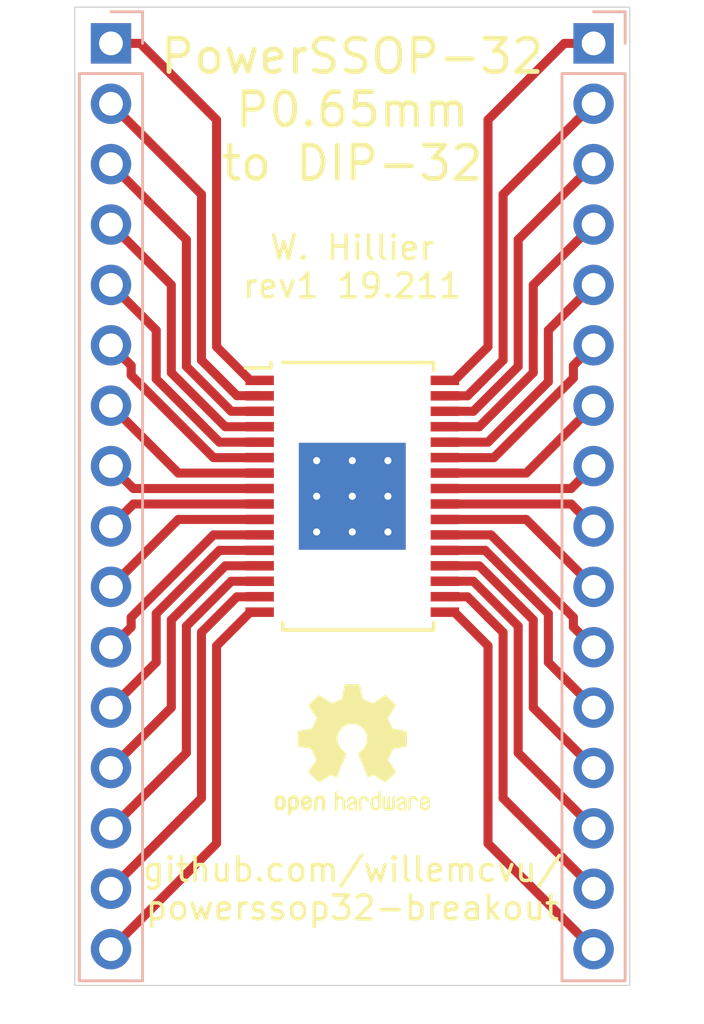
<source format=kicad_pcb>
(kicad_pcb (version 20171130) (host pcbnew "(5.1.2)-2")

  (general
    (thickness 1.6)
    (drawings 7)
    (tracks 129)
    (zones 0)
    (modules 4)
    (nets 33)
  )

  (page A4)
  (layers
    (0 F.Cu signal)
    (31 B.Cu signal)
    (32 B.Adhes user)
    (33 F.Adhes user)
    (34 B.Paste user)
    (35 F.Paste user)
    (36 B.SilkS user)
    (37 F.SilkS user)
    (38 B.Mask user)
    (39 F.Mask user)
    (40 Dwgs.User user)
    (41 Cmts.User user)
    (42 Eco1.User user)
    (43 Eco2.User user)
    (44 Edge.Cuts user)
    (45 Margin user)
    (46 B.CrtYd user)
    (47 F.CrtYd user)
    (48 B.Fab user)
    (49 F.Fab user)
  )

  (setup
    (last_trace_width 0.381)
    (user_trace_width 0.3048)
    (user_trace_width 0.381)
    (trace_clearance 0.254)
    (zone_clearance 0.508)
    (zone_45_only no)
    (trace_min 0.2)
    (via_size 0.8)
    (via_drill 0.4)
    (via_min_size 0.4)
    (via_min_drill 0.3)
    (uvia_size 0.3)
    (uvia_drill 0.1)
    (uvias_allowed no)
    (uvia_min_size 0.2)
    (uvia_min_drill 0.1)
    (edge_width 0.05)
    (segment_width 0.2)
    (pcb_text_width 0.3)
    (pcb_text_size 1.5 1.5)
    (mod_edge_width 0.12)
    (mod_text_size 1 1)
    (mod_text_width 0.15)
    (pad_size 1.524 1.524)
    (pad_drill 0.762)
    (pad_to_mask_clearance 0.051)
    (solder_mask_min_width 0.25)
    (aux_axis_origin 0 0)
    (visible_elements FFFFFF7F)
    (pcbplotparams
      (layerselection 0x010fc_ffffffff)
      (usegerberextensions false)
      (usegerberattributes false)
      (usegerberadvancedattributes false)
      (creategerberjobfile false)
      (excludeedgelayer true)
      (linewidth 0.100000)
      (plotframeref false)
      (viasonmask false)
      (mode 1)
      (useauxorigin false)
      (hpglpennumber 1)
      (hpglpenspeed 20)
      (hpglpendiameter 15.000000)
      (psnegative false)
      (psa4output false)
      (plotreference true)
      (plotvalue true)
      (plotinvisibletext false)
      (padsonsilk false)
      (subtractmaskfromsilk false)
      (outputformat 1)
      (mirror false)
      (drillshape 0)
      (scaleselection 1)
      (outputdirectory "gerbers/"))
  )

  (net 0 "")
  (net 1 "Net-(J1-Pad1)")
  (net 2 "Net-(J1-Pad2)")
  (net 3 "Net-(J1-Pad3)")
  (net 4 "Net-(J1-Pad4)")
  (net 5 "Net-(J1-Pad5)")
  (net 6 "Net-(J1-Pad6)")
  (net 7 "Net-(J1-Pad7)")
  (net 8 "Net-(J1-Pad8)")
  (net 9 "Net-(J1-Pad9)")
  (net 10 "Net-(J1-Pad10)")
  (net 11 "Net-(J1-Pad11)")
  (net 12 "Net-(J1-Pad12)")
  (net 13 "Net-(J1-Pad13)")
  (net 14 "Net-(J1-Pad14)")
  (net 15 "Net-(J1-Pad15)")
  (net 16 "Net-(J1-Pad16)")
  (net 17 "Net-(J2-Pad17)")
  (net 18 "Net-(J2-Pad18)")
  (net 19 "Net-(J2-Pad19)")
  (net 20 "Net-(J2-Pad20)")
  (net 21 "Net-(J2-Pad21)")
  (net 22 "Net-(J2-Pad22)")
  (net 23 "Net-(J2-Pad23)")
  (net 24 "Net-(J2-Pad24)")
  (net 25 "Net-(J2-Pad25)")
  (net 26 "Net-(J2-Pad26)")
  (net 27 "Net-(J2-Pad27)")
  (net 28 "Net-(J2-Pad28)")
  (net 29 "Net-(J2-Pad29)")
  (net 30 "Net-(J2-Pad30)")
  (net 31 "Net-(J2-Pad31)")
  (net 32 "Net-(J2-Pad32)")

  (net_class Default "This is the default net class."
    (clearance 0.254)
    (trace_width 0.3048)
    (via_dia 0.8)
    (via_drill 0.4)
    (uvia_dia 0.3)
    (uvia_drill 0.1)
    (add_net "Net-(J1-Pad1)")
    (add_net "Net-(J1-Pad10)")
    (add_net "Net-(J1-Pad11)")
    (add_net "Net-(J1-Pad12)")
    (add_net "Net-(J1-Pad13)")
    (add_net "Net-(J1-Pad14)")
    (add_net "Net-(J1-Pad15)")
    (add_net "Net-(J1-Pad16)")
    (add_net "Net-(J1-Pad2)")
    (add_net "Net-(J1-Pad3)")
    (add_net "Net-(J1-Pad4)")
    (add_net "Net-(J1-Pad5)")
    (add_net "Net-(J1-Pad6)")
    (add_net "Net-(J1-Pad7)")
    (add_net "Net-(J1-Pad8)")
    (add_net "Net-(J1-Pad9)")
    (add_net "Net-(J2-Pad17)")
    (add_net "Net-(J2-Pad18)")
    (add_net "Net-(J2-Pad19)")
    (add_net "Net-(J2-Pad20)")
    (add_net "Net-(J2-Pad21)")
    (add_net "Net-(J2-Pad22)")
    (add_net "Net-(J2-Pad23)")
    (add_net "Net-(J2-Pad24)")
    (add_net "Net-(J2-Pad25)")
    (add_net "Net-(J2-Pad26)")
    (add_net "Net-(J2-Pad27)")
    (add_net "Net-(J2-Pad28)")
    (add_net "Net-(J2-Pad29)")
    (add_net "Net-(J2-Pad30)")
    (add_net "Net-(J2-Pad31)")
    (add_net "Net-(J2-Pad32)")
  )

  (module Symbol:OSHW-Logo2_7.3x6mm_SilkScreen (layer F.Cu) (tedit 0) (tstamp 5D40626F)
    (at 0 10.668)
    (descr "Open Source Hardware Symbol")
    (tags "Logo Symbol OSHW")
    (attr virtual)
    (fp_text reference REF** (at 0 0) (layer F.SilkS) hide
      (effects (font (size 1 1) (thickness 0.15)))
    )
    (fp_text value OSHW-Logo2_7.3x6mm_SilkScreen (at 0.75 0) (layer F.Fab) hide
      (effects (font (size 1 1) (thickness 0.15)))
    )
    (fp_poly (pts (xy 0.10391 -2.757652) (xy 0.182454 -2.757222) (xy 0.239298 -2.756058) (xy 0.278105 -2.753793)
      (xy 0.302538 -2.75006) (xy 0.316262 -2.744494) (xy 0.32294 -2.736727) (xy 0.326236 -2.726395)
      (xy 0.326556 -2.725057) (xy 0.331562 -2.700921) (xy 0.340829 -2.653299) (xy 0.353392 -2.587259)
      (xy 0.368287 -2.507872) (xy 0.384551 -2.420204) (xy 0.385119 -2.417125) (xy 0.40141 -2.331211)
      (xy 0.416652 -2.255304) (xy 0.429861 -2.193955) (xy 0.440054 -2.151718) (xy 0.446248 -2.133145)
      (xy 0.446543 -2.132816) (xy 0.464788 -2.123747) (xy 0.502405 -2.108633) (xy 0.551271 -2.090738)
      (xy 0.551543 -2.090642) (xy 0.613093 -2.067507) (xy 0.685657 -2.038035) (xy 0.754057 -2.008403)
      (xy 0.757294 -2.006938) (xy 0.868702 -1.956374) (xy 1.115399 -2.12484) (xy 1.191077 -2.176197)
      (xy 1.259631 -2.222111) (xy 1.317088 -2.25997) (xy 1.359476 -2.287163) (xy 1.382825 -2.301079)
      (xy 1.385042 -2.302111) (xy 1.40201 -2.297516) (xy 1.433701 -2.275345) (xy 1.481352 -2.234553)
      (xy 1.546198 -2.174095) (xy 1.612397 -2.109773) (xy 1.676214 -2.046388) (xy 1.733329 -1.988549)
      (xy 1.780305 -1.939825) (xy 1.813703 -1.90379) (xy 1.830085 -1.884016) (xy 1.830694 -1.882998)
      (xy 1.832505 -1.869428) (xy 1.825683 -1.847267) (xy 1.80854 -1.813522) (xy 1.779393 -1.7652)
      (xy 1.736555 -1.699308) (xy 1.679448 -1.614483) (xy 1.628766 -1.539823) (xy 1.583461 -1.47286)
      (xy 1.54615 -1.417484) (xy 1.519452 -1.37758) (xy 1.505985 -1.357038) (xy 1.505137 -1.355644)
      (xy 1.506781 -1.335962) (xy 1.519245 -1.297707) (xy 1.540048 -1.248111) (xy 1.547462 -1.232272)
      (xy 1.579814 -1.16171) (xy 1.614328 -1.081647) (xy 1.642365 -1.012371) (xy 1.662568 -0.960955)
      (xy 1.678615 -0.921881) (xy 1.687888 -0.901459) (xy 1.689041 -0.899886) (xy 1.706096 -0.897279)
      (xy 1.746298 -0.890137) (xy 1.804302 -0.879477) (xy 1.874763 -0.866315) (xy 1.952335 -0.851667)
      (xy 2.031672 -0.836551) (xy 2.107431 -0.821982) (xy 2.174264 -0.808978) (xy 2.226828 -0.798555)
      (xy 2.259776 -0.79173) (xy 2.267857 -0.789801) (xy 2.276205 -0.785038) (xy 2.282506 -0.774282)
      (xy 2.287045 -0.753902) (xy 2.290104 -0.720266) (xy 2.291967 -0.669745) (xy 2.292918 -0.598708)
      (xy 2.29324 -0.503524) (xy 2.293257 -0.464508) (xy 2.293257 -0.147201) (xy 2.217057 -0.132161)
      (xy 2.174663 -0.124005) (xy 2.1114 -0.112101) (xy 2.034962 -0.097884) (xy 1.953043 -0.08279)
      (xy 1.9304 -0.078645) (xy 1.854806 -0.063947) (xy 1.788953 -0.049495) (xy 1.738366 -0.036625)
      (xy 1.708574 -0.026678) (xy 1.703612 -0.023713) (xy 1.691426 -0.002717) (xy 1.673953 0.037967)
      (xy 1.654577 0.090322) (xy 1.650734 0.1016) (xy 1.625339 0.171523) (xy 1.593817 0.250418)
      (xy 1.562969 0.321266) (xy 1.562817 0.321595) (xy 1.511447 0.432733) (xy 1.680399 0.681253)
      (xy 1.849352 0.929772) (xy 1.632429 1.147058) (xy 1.566819 1.211726) (xy 1.506979 1.268733)
      (xy 1.456267 1.315033) (xy 1.418046 1.347584) (xy 1.395675 1.363343) (xy 1.392466 1.364343)
      (xy 1.373626 1.356469) (xy 1.33518 1.334578) (xy 1.28133 1.301267) (xy 1.216276 1.259131)
      (xy 1.14594 1.211943) (xy 1.074555 1.16381) (xy 1.010908 1.121928) (xy 0.959041 1.088871)
      (xy 0.922995 1.067218) (xy 0.906867 1.059543) (xy 0.887189 1.066037) (xy 0.849875 1.08315)
      (xy 0.802621 1.107326) (xy 0.797612 1.110013) (xy 0.733977 1.141927) (xy 0.690341 1.157579)
      (xy 0.663202 1.157745) (xy 0.649057 1.143204) (xy 0.648975 1.143) (xy 0.641905 1.125779)
      (xy 0.625042 1.084899) (xy 0.599695 1.023525) (xy 0.567171 0.944819) (xy 0.528778 0.851947)
      (xy 0.485822 0.748072) (xy 0.444222 0.647502) (xy 0.398504 0.536516) (xy 0.356526 0.433703)
      (xy 0.319548 0.342215) (xy 0.288827 0.265201) (xy 0.265622 0.205815) (xy 0.25119 0.167209)
      (xy 0.246743 0.1528) (xy 0.257896 0.136272) (xy 0.287069 0.10993) (xy 0.325971 0.080887)
      (xy 0.436757 -0.010961) (xy 0.523351 -0.116241) (xy 0.584716 -0.232734) (xy 0.619815 -0.358224)
      (xy 0.627608 -0.490493) (xy 0.621943 -0.551543) (xy 0.591078 -0.678205) (xy 0.53792 -0.790059)
      (xy 0.465767 -0.885999) (xy 0.377917 -0.964924) (xy 0.277665 -1.02573) (xy 0.16831 -1.067313)
      (xy 0.053147 -1.088572) (xy -0.064525 -1.088401) (xy -0.18141 -1.065699) (xy -0.294211 -1.019362)
      (xy -0.399631 -0.948287) (xy -0.443632 -0.908089) (xy -0.528021 -0.804871) (xy -0.586778 -0.692075)
      (xy -0.620296 -0.57299) (xy -0.628965 -0.450905) (xy -0.613177 -0.329107) (xy -0.573322 -0.210884)
      (xy -0.509793 -0.099525) (xy -0.422979 0.001684) (xy -0.325971 0.080887) (xy -0.285563 0.111162)
      (xy -0.257018 0.137219) (xy -0.246743 0.152825) (xy -0.252123 0.169843) (xy -0.267425 0.2105)
      (xy -0.291388 0.271642) (xy -0.322756 0.350119) (xy -0.360268 0.44278) (xy -0.402667 0.546472)
      (xy -0.444337 0.647526) (xy -0.49031 0.758607) (xy -0.532893 0.861541) (xy -0.570779 0.953165)
      (xy -0.60266 1.030316) (xy -0.627229 1.089831) (xy -0.64318 1.128544) (xy -0.64909 1.143)
      (xy -0.663052 1.157685) (xy -0.69006 1.157642) (xy -0.733587 1.142099) (xy -0.79711 1.110284)
      (xy -0.797612 1.110013) (xy -0.84544 1.085323) (xy -0.884103 1.067338) (xy -0.905905 1.059614)
      (xy -0.906867 1.059543) (xy -0.923279 1.067378) (xy -0.959513 1.089165) (xy -1.011526 1.122328)
      (xy -1.075275 1.164291) (xy -1.14594 1.211943) (xy -1.217884 1.260191) (xy -1.282726 1.302151)
      (xy -1.336265 1.335227) (xy -1.374303 1.356821) (xy -1.392467 1.364343) (xy -1.409192 1.354457)
      (xy -1.44282 1.326826) (xy -1.48999 1.284495) (xy -1.547342 1.230505) (xy -1.611516 1.167899)
      (xy -1.632503 1.146983) (xy -1.849501 0.929623) (xy -1.684332 0.68722) (xy -1.634136 0.612781)
      (xy -1.590081 0.545972) (xy -1.554638 0.490665) (xy -1.530281 0.450729) (xy -1.519478 0.430036)
      (xy -1.519162 0.428563) (xy -1.524857 0.409058) (xy -1.540174 0.369822) (xy -1.562463 0.31743)
      (xy -1.578107 0.282355) (xy -1.607359 0.215201) (xy -1.634906 0.147358) (xy -1.656263 0.090034)
      (xy -1.662065 0.072572) (xy -1.678548 0.025938) (xy -1.69466 -0.010095) (xy -1.70351 -0.023713)
      (xy -1.72304 -0.032048) (xy -1.765666 -0.043863) (xy -1.825855 -0.057819) (xy -1.898078 -0.072578)
      (xy -1.9304 -0.078645) (xy -2.012478 -0.093727) (xy -2.091205 -0.108331) (xy -2.158891 -0.12102)
      (xy -2.20784 -0.130358) (xy -2.217057 -0.132161) (xy -2.293257 -0.147201) (xy -2.293257 -0.464508)
      (xy -2.293086 -0.568846) (xy -2.292384 -0.647787) (xy -2.290866 -0.704962) (xy -2.288251 -0.744001)
      (xy -2.284254 -0.768535) (xy -2.278591 -0.782195) (xy -2.27098 -0.788611) (xy -2.267857 -0.789801)
      (xy -2.249022 -0.79402) (xy -2.207412 -0.802438) (xy -2.14837 -0.814039) (xy -2.077243 -0.827805)
      (xy -1.999375 -0.84272) (xy -1.920113 -0.857768) (xy -1.844802 -0.871931) (xy -1.778787 -0.884194)
      (xy -1.727413 -0.893539) (xy -1.696025 -0.89895) (xy -1.689041 -0.899886) (xy -1.682715 -0.912404)
      (xy -1.66871 -0.945754) (xy -1.649645 -0.993623) (xy -1.642366 -1.012371) (xy -1.613004 -1.084805)
      (xy -1.578429 -1.16483) (xy -1.547463 -1.232272) (xy -1.524677 -1.283841) (xy -1.509518 -1.326215)
      (xy -1.504458 -1.352166) (xy -1.505264 -1.355644) (xy -1.515959 -1.372064) (xy -1.54038 -1.408583)
      (xy -1.575905 -1.461313) (xy -1.619913 -1.526365) (xy -1.669783 -1.599849) (xy -1.679644 -1.614355)
      (xy -1.737508 -1.700296) (xy -1.780044 -1.765739) (xy -1.808946 -1.813696) (xy -1.82591 -1.84718)
      (xy -1.832633 -1.869205) (xy -1.83081 -1.882783) (xy -1.830764 -1.882869) (xy -1.816414 -1.900703)
      (xy -1.784677 -1.935183) (xy -1.73899 -1.982732) (xy -1.682796 -2.039778) (xy -1.619532 -2.102745)
      (xy -1.612398 -2.109773) (xy -1.53267 -2.18698) (xy -1.471143 -2.24367) (xy -1.426579 -2.28089)
      (xy -1.397743 -2.299685) (xy -1.385042 -2.302111) (xy -1.366506 -2.291529) (xy -1.328039 -2.267084)
      (xy -1.273614 -2.231388) (xy -1.207202 -2.187053) (xy -1.132775 -2.136689) (xy -1.115399 -2.12484)
      (xy -0.868703 -1.956374) (xy -0.757294 -2.006938) (xy -0.689543 -2.036405) (xy -0.616817 -2.066041)
      (xy -0.554297 -2.08967) (xy -0.551543 -2.090642) (xy -0.50264 -2.108543) (xy -0.464943 -2.12368)
      (xy -0.446575 -2.13279) (xy -0.446544 -2.132816) (xy -0.440715 -2.149283) (xy -0.430808 -2.189781)
      (xy -0.417805 -2.249758) (xy -0.402691 -2.32466) (xy -0.386448 -2.409936) (xy -0.385119 -2.417125)
      (xy -0.368825 -2.504986) (xy -0.353867 -2.58474) (xy -0.341209 -2.651319) (xy -0.331814 -2.699653)
      (xy -0.326646 -2.724675) (xy -0.326556 -2.725057) (xy -0.323411 -2.735701) (xy -0.317296 -2.743738)
      (xy -0.304547 -2.749533) (xy -0.2815 -2.753453) (xy -0.244491 -2.755865) (xy -0.189856 -2.757135)
      (xy -0.113933 -2.757629) (xy -0.013056 -2.757714) (xy 0 -2.757714) (xy 0.10391 -2.757652)) (layer F.SilkS) (width 0.01))
    (fp_poly (pts (xy 3.153595 1.966966) (xy 3.211021 2.004497) (xy 3.238719 2.038096) (xy 3.260662 2.099064)
      (xy 3.262405 2.147308) (xy 3.258457 2.211816) (xy 3.109686 2.276934) (xy 3.037349 2.310202)
      (xy 2.990084 2.336964) (xy 2.965507 2.360144) (xy 2.961237 2.382667) (xy 2.974889 2.407455)
      (xy 2.989943 2.423886) (xy 3.033746 2.450235) (xy 3.081389 2.452081) (xy 3.125145 2.431546)
      (xy 3.157289 2.390752) (xy 3.163038 2.376347) (xy 3.190576 2.331356) (xy 3.222258 2.312182)
      (xy 3.265714 2.295779) (xy 3.265714 2.357966) (xy 3.261872 2.400283) (xy 3.246823 2.435969)
      (xy 3.21528 2.476943) (xy 3.210592 2.482267) (xy 3.175506 2.51872) (xy 3.145347 2.538283)
      (xy 3.107615 2.547283) (xy 3.076335 2.55023) (xy 3.020385 2.550965) (xy 2.980555 2.54166)
      (xy 2.955708 2.527846) (xy 2.916656 2.497467) (xy 2.889625 2.464613) (xy 2.872517 2.423294)
      (xy 2.863238 2.367521) (xy 2.859693 2.291305) (xy 2.85941 2.252622) (xy 2.860372 2.206247)
      (xy 2.948007 2.206247) (xy 2.949023 2.231126) (xy 2.951556 2.2352) (xy 2.968274 2.229665)
      (xy 3.004249 2.215017) (xy 3.052331 2.19419) (xy 3.062386 2.189714) (xy 3.123152 2.158814)
      (xy 3.156632 2.131657) (xy 3.16399 2.10622) (xy 3.146391 2.080481) (xy 3.131856 2.069109)
      (xy 3.07941 2.046364) (xy 3.030322 2.050122) (xy 2.989227 2.077884) (xy 2.960758 2.127152)
      (xy 2.951631 2.166257) (xy 2.948007 2.206247) (xy 2.860372 2.206247) (xy 2.861285 2.162249)
      (xy 2.868196 2.095384) (xy 2.881884 2.046695) (xy 2.904096 2.010849) (xy 2.936574 1.982513)
      (xy 2.950733 1.973355) (xy 3.015053 1.949507) (xy 3.085473 1.948006) (xy 3.153595 1.966966)) (layer F.SilkS) (width 0.01))
    (fp_poly (pts (xy 2.6526 1.958752) (xy 2.669948 1.966334) (xy 2.711356 1.999128) (xy 2.746765 2.046547)
      (xy 2.768664 2.097151) (xy 2.772229 2.122098) (xy 2.760279 2.156927) (xy 2.734067 2.175357)
      (xy 2.705964 2.186516) (xy 2.693095 2.188572) (xy 2.686829 2.173649) (xy 2.674456 2.141175)
      (xy 2.669028 2.126502) (xy 2.63859 2.075744) (xy 2.59452 2.050427) (xy 2.53801 2.051206)
      (xy 2.533825 2.052203) (xy 2.503655 2.066507) (xy 2.481476 2.094393) (xy 2.466327 2.139287)
      (xy 2.45725 2.204615) (xy 2.453286 2.293804) (xy 2.452914 2.341261) (xy 2.45273 2.416071)
      (xy 2.451522 2.467069) (xy 2.448309 2.499471) (xy 2.442109 2.518495) (xy 2.43194 2.529356)
      (xy 2.416819 2.537272) (xy 2.415946 2.53767) (xy 2.386828 2.549981) (xy 2.372403 2.554514)
      (xy 2.370186 2.540809) (xy 2.368289 2.502925) (xy 2.366847 2.445715) (xy 2.365998 2.374027)
      (xy 2.365829 2.321565) (xy 2.366692 2.220047) (xy 2.37007 2.143032) (xy 2.377142 2.086023)
      (xy 2.389088 2.044526) (xy 2.40709 2.014043) (xy 2.432327 1.99008) (xy 2.457247 1.973355)
      (xy 2.517171 1.951097) (xy 2.586911 1.946076) (xy 2.6526 1.958752)) (layer F.SilkS) (width 0.01))
    (fp_poly (pts (xy 2.144876 1.956335) (xy 2.186667 1.975344) (xy 2.219469 1.998378) (xy 2.243503 2.024133)
      (xy 2.260097 2.057358) (xy 2.270577 2.1028) (xy 2.276271 2.165207) (xy 2.278507 2.249327)
      (xy 2.278743 2.304721) (xy 2.278743 2.520826) (xy 2.241774 2.53767) (xy 2.212656 2.549981)
      (xy 2.198231 2.554514) (xy 2.195472 2.541025) (xy 2.193282 2.504653) (xy 2.191942 2.451542)
      (xy 2.191657 2.409372) (xy 2.190434 2.348447) (xy 2.187136 2.300115) (xy 2.182321 2.270518)
      (xy 2.178496 2.264229) (xy 2.152783 2.270652) (xy 2.112418 2.287125) (xy 2.065679 2.309458)
      (xy 2.020845 2.333457) (xy 1.986193 2.35493) (xy 1.970002 2.369685) (xy 1.969938 2.369845)
      (xy 1.97133 2.397152) (xy 1.983818 2.423219) (xy 2.005743 2.444392) (xy 2.037743 2.451474)
      (xy 2.065092 2.450649) (xy 2.103826 2.450042) (xy 2.124158 2.459116) (xy 2.136369 2.483092)
      (xy 2.137909 2.487613) (xy 2.143203 2.521806) (xy 2.129047 2.542568) (xy 2.092148 2.552462)
      (xy 2.052289 2.554292) (xy 1.980562 2.540727) (xy 1.943432 2.521355) (xy 1.897576 2.475845)
      (xy 1.873256 2.419983) (xy 1.871073 2.360957) (xy 1.891629 2.305953) (xy 1.922549 2.271486)
      (xy 1.95342 2.252189) (xy 2.001942 2.227759) (xy 2.058485 2.202985) (xy 2.06791 2.199199)
      (xy 2.130019 2.171791) (xy 2.165822 2.147634) (xy 2.177337 2.123619) (xy 2.16658 2.096635)
      (xy 2.148114 2.075543) (xy 2.104469 2.049572) (xy 2.056446 2.047624) (xy 2.012406 2.067637)
      (xy 1.980709 2.107551) (xy 1.976549 2.117848) (xy 1.952327 2.155724) (xy 1.916965 2.183842)
      (xy 1.872343 2.206917) (xy 1.872343 2.141485) (xy 1.874969 2.101506) (xy 1.88623 2.069997)
      (xy 1.911199 2.036378) (xy 1.935169 2.010484) (xy 1.972441 1.973817) (xy 2.001401 1.954121)
      (xy 2.032505 1.94622) (xy 2.067713 1.944914) (xy 2.144876 1.956335)) (layer F.SilkS) (width 0.01))
    (fp_poly (pts (xy 1.779833 1.958663) (xy 1.782048 1.99685) (xy 1.783784 2.054886) (xy 1.784899 2.12818)
      (xy 1.785257 2.205055) (xy 1.785257 2.465196) (xy 1.739326 2.511127) (xy 1.707675 2.539429)
      (xy 1.67989 2.550893) (xy 1.641915 2.550168) (xy 1.62684 2.548321) (xy 1.579726 2.542948)
      (xy 1.540756 2.539869) (xy 1.531257 2.539585) (xy 1.499233 2.541445) (xy 1.453432 2.546114)
      (xy 1.435674 2.548321) (xy 1.392057 2.551735) (xy 1.362745 2.54432) (xy 1.33368 2.521427)
      (xy 1.323188 2.511127) (xy 1.277257 2.465196) (xy 1.277257 1.978602) (xy 1.314226 1.961758)
      (xy 1.346059 1.949282) (xy 1.364683 1.944914) (xy 1.369458 1.958718) (xy 1.373921 1.997286)
      (xy 1.377775 2.056356) (xy 1.380722 2.131663) (xy 1.382143 2.195286) (xy 1.386114 2.445657)
      (xy 1.420759 2.450556) (xy 1.452268 2.447131) (xy 1.467708 2.436041) (xy 1.472023 2.415308)
      (xy 1.475708 2.371145) (xy 1.478469 2.309146) (xy 1.480012 2.234909) (xy 1.480235 2.196706)
      (xy 1.480457 1.976783) (xy 1.526166 1.960849) (xy 1.558518 1.950015) (xy 1.576115 1.944962)
      (xy 1.576623 1.944914) (xy 1.578388 1.958648) (xy 1.580329 1.99673) (xy 1.582282 2.054482)
      (xy 1.584084 2.127227) (xy 1.585343 2.195286) (xy 1.589314 2.445657) (xy 1.6764 2.445657)
      (xy 1.680396 2.21724) (xy 1.684392 1.988822) (xy 1.726847 1.966868) (xy 1.758192 1.951793)
      (xy 1.776744 1.944951) (xy 1.777279 1.944914) (xy 1.779833 1.958663)) (layer F.SilkS) (width 0.01))
    (fp_poly (pts (xy 1.190117 2.065358) (xy 1.189933 2.173837) (xy 1.189219 2.257287) (xy 1.187675 2.319704)
      (xy 1.185001 2.365085) (xy 1.180894 2.397429) (xy 1.175055 2.420733) (xy 1.167182 2.438995)
      (xy 1.161221 2.449418) (xy 1.111855 2.505945) (xy 1.049264 2.541377) (xy 0.980013 2.55409)
      (xy 0.910668 2.542463) (xy 0.869375 2.521568) (xy 0.826025 2.485422) (xy 0.796481 2.441276)
      (xy 0.778655 2.383462) (xy 0.770463 2.306313) (xy 0.769302 2.249714) (xy 0.769458 2.245647)
      (xy 0.870857 2.245647) (xy 0.871476 2.31055) (xy 0.874314 2.353514) (xy 0.88084 2.381622)
      (xy 0.892523 2.401953) (xy 0.906483 2.417288) (xy 0.953365 2.44689) (xy 1.003701 2.449419)
      (xy 1.051276 2.424705) (xy 1.054979 2.421356) (xy 1.070783 2.403935) (xy 1.080693 2.383209)
      (xy 1.086058 2.352362) (xy 1.088228 2.304577) (xy 1.088571 2.251748) (xy 1.087827 2.185381)
      (xy 1.084748 2.141106) (xy 1.078061 2.112009) (xy 1.066496 2.091173) (xy 1.057013 2.080107)
      (xy 1.01296 2.052198) (xy 0.962224 2.048843) (xy 0.913796 2.070159) (xy 0.90445 2.078073)
      (xy 0.88854 2.095647) (xy 0.87861 2.116587) (xy 0.873278 2.147782) (xy 0.871163 2.196122)
      (xy 0.870857 2.245647) (xy 0.769458 2.245647) (xy 0.77281 2.158568) (xy 0.784726 2.090086)
      (xy 0.807135 2.0386) (xy 0.842124 1.998443) (xy 0.869375 1.977861) (xy 0.918907 1.955625)
      (xy 0.976316 1.945304) (xy 1.029682 1.948067) (xy 1.059543 1.959212) (xy 1.071261 1.962383)
      (xy 1.079037 1.950557) (xy 1.084465 1.918866) (xy 1.088571 1.870593) (xy 1.093067 1.816829)
      (xy 1.099313 1.784482) (xy 1.110676 1.765985) (xy 1.130528 1.75377) (xy 1.143 1.748362)
      (xy 1.190171 1.728601) (xy 1.190117 2.065358)) (layer F.SilkS) (width 0.01))
    (fp_poly (pts (xy 0.529926 1.949755) (xy 0.595858 1.974084) (xy 0.649273 2.017117) (xy 0.670164 2.047409)
      (xy 0.692939 2.102994) (xy 0.692466 2.143186) (xy 0.668562 2.170217) (xy 0.659717 2.174813)
      (xy 0.62153 2.189144) (xy 0.602028 2.185472) (xy 0.595422 2.161407) (xy 0.595086 2.148114)
      (xy 0.582992 2.09921) (xy 0.551471 2.064999) (xy 0.507659 2.048476) (xy 0.458695 2.052634)
      (xy 0.418894 2.074227) (xy 0.40545 2.086544) (xy 0.395921 2.101487) (xy 0.389485 2.124075)
      (xy 0.385317 2.159328) (xy 0.382597 2.212266) (xy 0.380502 2.287907) (xy 0.37996 2.311857)
      (xy 0.377981 2.39379) (xy 0.375731 2.451455) (xy 0.372357 2.489608) (xy 0.367006 2.513004)
      (xy 0.358824 2.526398) (xy 0.346959 2.534545) (xy 0.339362 2.538144) (xy 0.307102 2.550452)
      (xy 0.288111 2.554514) (xy 0.281836 2.540948) (xy 0.278006 2.499934) (xy 0.2766 2.430999)
      (xy 0.277598 2.333669) (xy 0.277908 2.318657) (xy 0.280101 2.229859) (xy 0.282693 2.165019)
      (xy 0.286382 2.119067) (xy 0.291864 2.086935) (xy 0.299835 2.063553) (xy 0.310993 2.043852)
      (xy 0.31683 2.03541) (xy 0.350296 1.998057) (xy 0.387727 1.969003) (xy 0.392309 1.966467)
      (xy 0.459426 1.946443) (xy 0.529926 1.949755)) (layer F.SilkS) (width 0.01))
    (fp_poly (pts (xy 0.039744 1.950968) (xy 0.096616 1.972087) (xy 0.097267 1.972493) (xy 0.13244 1.99838)
      (xy 0.158407 2.028633) (xy 0.17667 2.068058) (xy 0.188732 2.121462) (xy 0.196096 2.193651)
      (xy 0.200264 2.289432) (xy 0.200629 2.303078) (xy 0.205876 2.508842) (xy 0.161716 2.531678)
      (xy 0.129763 2.54711) (xy 0.11047 2.554423) (xy 0.109578 2.554514) (xy 0.106239 2.541022)
      (xy 0.103587 2.504626) (xy 0.101956 2.451452) (xy 0.1016 2.408393) (xy 0.101592 2.338641)
      (xy 0.098403 2.294837) (xy 0.087288 2.273944) (xy 0.063501 2.272925) (xy 0.022296 2.288741)
      (xy -0.039914 2.317815) (xy -0.085659 2.341963) (xy -0.109187 2.362913) (xy -0.116104 2.385747)
      (xy -0.116114 2.386877) (xy -0.104701 2.426212) (xy -0.070908 2.447462) (xy -0.019191 2.450539)
      (xy 0.018061 2.450006) (xy 0.037703 2.460735) (xy 0.049952 2.486505) (xy 0.057002 2.519337)
      (xy 0.046842 2.537966) (xy 0.043017 2.540632) (xy 0.007001 2.55134) (xy -0.043434 2.552856)
      (xy -0.095374 2.545759) (xy -0.132178 2.532788) (xy -0.183062 2.489585) (xy -0.211986 2.429446)
      (xy -0.217714 2.382462) (xy -0.213343 2.340082) (xy -0.197525 2.305488) (xy -0.166203 2.274763)
      (xy -0.115322 2.24399) (xy -0.040824 2.209252) (xy -0.036286 2.207288) (xy 0.030821 2.176287)
      (xy 0.072232 2.150862) (xy 0.089981 2.128014) (xy 0.086107 2.104745) (xy 0.062643 2.078056)
      (xy 0.055627 2.071914) (xy 0.00863 2.0481) (xy -0.040067 2.049103) (xy -0.082478 2.072451)
      (xy -0.110616 2.115675) (xy -0.113231 2.12416) (xy -0.138692 2.165308) (xy -0.170999 2.185128)
      (xy -0.217714 2.20477) (xy -0.217714 2.15395) (xy -0.203504 2.080082) (xy -0.161325 2.012327)
      (xy -0.139376 1.989661) (xy -0.089483 1.960569) (xy -0.026033 1.9474) (xy 0.039744 1.950968)) (layer F.SilkS) (width 0.01))
    (fp_poly (pts (xy -0.624114 1.851289) (xy -0.619861 1.910613) (xy -0.614975 1.945572) (xy -0.608205 1.96082)
      (xy -0.598298 1.961015) (xy -0.595086 1.959195) (xy -0.552356 1.946015) (xy -0.496773 1.946785)
      (xy -0.440263 1.960333) (xy -0.404918 1.977861) (xy -0.368679 2.005861) (xy -0.342187 2.037549)
      (xy -0.324001 2.077813) (xy -0.312678 2.131543) (xy -0.306778 2.203626) (xy -0.304857 2.298951)
      (xy -0.304823 2.317237) (xy -0.3048 2.522646) (xy -0.350509 2.53858) (xy -0.382973 2.54942)
      (xy -0.400785 2.554468) (xy -0.401309 2.554514) (xy -0.403063 2.540828) (xy -0.404556 2.503076)
      (xy -0.405674 2.446224) (xy -0.406303 2.375234) (xy -0.4064 2.332073) (xy -0.406602 2.246973)
      (xy -0.407642 2.185981) (xy -0.410169 2.144177) (xy -0.414836 2.116642) (xy -0.422293 2.098456)
      (xy -0.433189 2.084698) (xy -0.439993 2.078073) (xy -0.486728 2.051375) (xy -0.537728 2.049375)
      (xy -0.583999 2.071955) (xy -0.592556 2.080107) (xy -0.605107 2.095436) (xy -0.613812 2.113618)
      (xy -0.619369 2.139909) (xy -0.622474 2.179562) (xy -0.623824 2.237832) (xy -0.624114 2.318173)
      (xy -0.624114 2.522646) (xy -0.669823 2.53858) (xy -0.702287 2.54942) (xy -0.720099 2.554468)
      (xy -0.720623 2.554514) (xy -0.721963 2.540623) (xy -0.723172 2.501439) (xy -0.724199 2.4407)
      (xy -0.724998 2.362141) (xy -0.725519 2.269498) (xy -0.725714 2.166509) (xy -0.725714 1.769342)
      (xy -0.678543 1.749444) (xy -0.631371 1.729547) (xy -0.624114 1.851289)) (layer F.SilkS) (width 0.01))
    (fp_poly (pts (xy -1.831697 1.931239) (xy -1.774473 1.969735) (xy -1.730251 2.025335) (xy -1.703833 2.096086)
      (xy -1.69849 2.148162) (xy -1.699097 2.169893) (xy -1.704178 2.186531) (xy -1.718145 2.201437)
      (xy -1.745411 2.217973) (xy -1.790388 2.239498) (xy -1.857489 2.269374) (xy -1.857829 2.269524)
      (xy -1.919593 2.297813) (xy -1.970241 2.322933) (xy -2.004596 2.342179) (xy -2.017482 2.352848)
      (xy -2.017486 2.352934) (xy -2.006128 2.376166) (xy -1.979569 2.401774) (xy -1.949077 2.420221)
      (xy -1.93363 2.423886) (xy -1.891485 2.411212) (xy -1.855192 2.379471) (xy -1.837483 2.344572)
      (xy -1.820448 2.318845) (xy -1.787078 2.289546) (xy -1.747851 2.264235) (xy -1.713244 2.250471)
      (xy -1.706007 2.249714) (xy -1.697861 2.26216) (xy -1.69737 2.293972) (xy -1.703357 2.336866)
      (xy -1.714643 2.382558) (xy -1.73005 2.422761) (xy -1.730829 2.424322) (xy -1.777196 2.489062)
      (xy -1.837289 2.533097) (xy -1.905535 2.554711) (xy -1.976362 2.552185) (xy -2.044196 2.523804)
      (xy -2.047212 2.521808) (xy -2.100573 2.473448) (xy -2.13566 2.410352) (xy -2.155078 2.327387)
      (xy -2.157684 2.304078) (xy -2.162299 2.194055) (xy -2.156767 2.142748) (xy -2.017486 2.142748)
      (xy -2.015676 2.174753) (xy -2.005778 2.184093) (xy -1.981102 2.177105) (xy -1.942205 2.160587)
      (xy -1.898725 2.139881) (xy -1.897644 2.139333) (xy -1.860791 2.119949) (xy -1.846 2.107013)
      (xy -1.849647 2.093451) (xy -1.865005 2.075632) (xy -1.904077 2.049845) (xy -1.946154 2.04795)
      (xy -1.983897 2.066717) (xy -2.009966 2.102915) (xy -2.017486 2.142748) (xy -2.156767 2.142748)
      (xy -2.152806 2.106027) (xy -2.12845 2.036212) (xy -2.094544 1.987302) (xy -2.033347 1.937878)
      (xy -1.965937 1.913359) (xy -1.89712 1.911797) (xy -1.831697 1.931239)) (layer F.SilkS) (width 0.01))
    (fp_poly (pts (xy -2.958885 1.921962) (xy -2.890855 1.957733) (xy -2.840649 2.015301) (xy -2.822815 2.052312)
      (xy -2.808937 2.107882) (xy -2.801833 2.178096) (xy -2.80116 2.254727) (xy -2.806573 2.329552)
      (xy -2.81773 2.394342) (xy -2.834286 2.440873) (xy -2.839374 2.448887) (xy -2.899645 2.508707)
      (xy -2.971231 2.544535) (xy -3.048908 2.55502) (xy -3.127452 2.53881) (xy -3.149311 2.529092)
      (xy -3.191878 2.499143) (xy -3.229237 2.459433) (xy -3.232768 2.454397) (xy -3.247119 2.430124)
      (xy -3.256606 2.404178) (xy -3.26221 2.370022) (xy -3.264914 2.321119) (xy -3.265701 2.250935)
      (xy -3.265714 2.2352) (xy -3.265678 2.230192) (xy -3.120571 2.230192) (xy -3.119727 2.29643)
      (xy -3.116404 2.340386) (xy -3.109417 2.368779) (xy -3.097584 2.388325) (xy -3.091543 2.394857)
      (xy -3.056814 2.41968) (xy -3.023097 2.418548) (xy -2.989005 2.397016) (xy -2.968671 2.374029)
      (xy -2.956629 2.340478) (xy -2.949866 2.287569) (xy -2.949402 2.281399) (xy -2.948248 2.185513)
      (xy -2.960312 2.114299) (xy -2.98543 2.068194) (xy -3.02344 2.047635) (xy -3.037008 2.046514)
      (xy -3.072636 2.052152) (xy -3.097006 2.071686) (xy -3.111907 2.109042) (xy -3.119125 2.16815)
      (xy -3.120571 2.230192) (xy -3.265678 2.230192) (xy -3.265174 2.160413) (xy -3.262904 2.108159)
      (xy -3.257932 2.071949) (xy -3.249287 2.045299) (xy -3.235995 2.021722) (xy -3.233057 2.017338)
      (xy -3.183687 1.958249) (xy -3.129891 1.923947) (xy -3.064398 1.910331) (xy -3.042158 1.909665)
      (xy -2.958885 1.921962)) (layer F.SilkS) (width 0.01))
    (fp_poly (pts (xy -1.283907 1.92778) (xy -1.237328 1.954723) (xy -1.204943 1.981466) (xy -1.181258 2.009484)
      (xy -1.164941 2.043748) (xy -1.154661 2.089227) (xy -1.149086 2.150892) (xy -1.146884 2.233711)
      (xy -1.146629 2.293246) (xy -1.146629 2.512391) (xy -1.208314 2.540044) (xy -1.27 2.567697)
      (xy -1.277257 2.32767) (xy -1.280256 2.238028) (xy -1.283402 2.172962) (xy -1.287299 2.128026)
      (xy -1.292553 2.09877) (xy -1.299769 2.080748) (xy -1.30955 2.069511) (xy -1.312688 2.067079)
      (xy -1.360239 2.048083) (xy -1.408303 2.0556) (xy -1.436914 2.075543) (xy -1.448553 2.089675)
      (xy -1.456609 2.10822) (xy -1.461729 2.136334) (xy -1.464559 2.179173) (xy -1.465744 2.241895)
      (xy -1.465943 2.307261) (xy -1.465982 2.389268) (xy -1.467386 2.447316) (xy -1.472086 2.486465)
      (xy -1.482013 2.51178) (xy -1.499097 2.528323) (xy -1.525268 2.541156) (xy -1.560225 2.554491)
      (xy -1.598404 2.569007) (xy -1.593859 2.311389) (xy -1.592029 2.218519) (xy -1.589888 2.149889)
      (xy -1.586819 2.100711) (xy -1.582206 2.066198) (xy -1.575432 2.041562) (xy -1.565881 2.022016)
      (xy -1.554366 2.00477) (xy -1.49881 1.94968) (xy -1.43102 1.917822) (xy -1.357287 1.910191)
      (xy -1.283907 1.92778)) (layer F.SilkS) (width 0.01))
    (fp_poly (pts (xy -2.400256 1.919918) (xy -2.344799 1.947568) (xy -2.295852 1.99848) (xy -2.282371 2.017338)
      (xy -2.267686 2.042015) (xy -2.258158 2.068816) (xy -2.252707 2.104587) (xy -2.250253 2.156169)
      (xy -2.249714 2.224267) (xy -2.252148 2.317588) (xy -2.260606 2.387657) (xy -2.276826 2.439931)
      (xy -2.302546 2.479869) (xy -2.339503 2.512929) (xy -2.342218 2.514886) (xy -2.37864 2.534908)
      (xy -2.422498 2.544815) (xy -2.478276 2.547257) (xy -2.568952 2.547257) (xy -2.56899 2.635283)
      (xy -2.569834 2.684308) (xy -2.574976 2.713065) (xy -2.588413 2.730311) (xy -2.614142 2.744808)
      (xy -2.620321 2.747769) (xy -2.649236 2.761648) (xy -2.671624 2.770414) (xy -2.688271 2.771171)
      (xy -2.699964 2.761023) (xy -2.70749 2.737073) (xy -2.711634 2.696426) (xy -2.713185 2.636186)
      (xy -2.712929 2.553455) (xy -2.711651 2.445339) (xy -2.711252 2.413) (xy -2.709815 2.301524)
      (xy -2.708528 2.228603) (xy -2.569029 2.228603) (xy -2.568245 2.290499) (xy -2.56476 2.330997)
      (xy -2.556876 2.357708) (xy -2.542895 2.378244) (xy -2.533403 2.38826) (xy -2.494596 2.417567)
      (xy -2.460237 2.419952) (xy -2.424784 2.39575) (xy -2.423886 2.394857) (xy -2.409461 2.376153)
      (xy -2.400687 2.350732) (xy -2.396261 2.311584) (xy -2.394882 2.251697) (xy -2.394857 2.23843)
      (xy -2.398188 2.155901) (xy -2.409031 2.098691) (xy -2.42866 2.063766) (xy -2.45835 2.048094)
      (xy -2.475509 2.046514) (xy -2.516234 2.053926) (xy -2.544168 2.07833) (xy -2.560983 2.12298)
      (xy -2.56835 2.19113) (xy -2.569029 2.228603) (xy -2.708528 2.228603) (xy -2.708292 2.215245)
      (xy -2.706323 2.150333) (xy -2.70355 2.102958) (xy -2.699612 2.06929) (xy -2.694151 2.045498)
      (xy -2.686808 2.027753) (xy -2.677223 2.012224) (xy -2.673113 2.006381) (xy -2.618595 1.951185)
      (xy -2.549664 1.91989) (xy -2.469928 1.911165) (xy -2.400256 1.919918)) (layer F.SilkS) (width 0.01))
  )

  (module Connector_PinHeader_2.54mm:PinHeader_1x16_P2.54mm_Vertical (layer B.Cu) (tedit 59FED5CC) (tstamp 5D40544D)
    (at -10.16 -19.05 180)
    (descr "Through hole straight pin header, 1x16, 2.54mm pitch, single row")
    (tags "Through hole pin header THT 1x16 2.54mm single row")
    (path /5D3FEB65)
    (fp_text reference J1 (at 0 2.33) (layer B.SilkS) hide
      (effects (font (size 1 1) (thickness 0.15)) (justify mirror))
    )
    (fp_text value Conn_01x16 (at 0 -40.43) (layer B.Fab)
      (effects (font (size 1 1) (thickness 0.15)) (justify mirror))
    )
    (fp_line (start -0.635 1.27) (end 1.27 1.27) (layer B.Fab) (width 0.1))
    (fp_line (start 1.27 1.27) (end 1.27 -39.37) (layer B.Fab) (width 0.1))
    (fp_line (start 1.27 -39.37) (end -1.27 -39.37) (layer B.Fab) (width 0.1))
    (fp_line (start -1.27 -39.37) (end -1.27 0.635) (layer B.Fab) (width 0.1))
    (fp_line (start -1.27 0.635) (end -0.635 1.27) (layer B.Fab) (width 0.1))
    (fp_line (start -1.33 -39.43) (end 1.33 -39.43) (layer B.SilkS) (width 0.12))
    (fp_line (start -1.33 -1.27) (end -1.33 -39.43) (layer B.SilkS) (width 0.12))
    (fp_line (start 1.33 -1.27) (end 1.33 -39.43) (layer B.SilkS) (width 0.12))
    (fp_line (start -1.33 -1.27) (end 1.33 -1.27) (layer B.SilkS) (width 0.12))
    (fp_line (start -1.33 0) (end -1.33 1.33) (layer B.SilkS) (width 0.12))
    (fp_line (start -1.33 1.33) (end 0 1.33) (layer B.SilkS) (width 0.12))
    (fp_line (start -1.8 1.8) (end -1.8 -39.9) (layer B.CrtYd) (width 0.05))
    (fp_line (start -1.8 -39.9) (end 1.8 -39.9) (layer B.CrtYd) (width 0.05))
    (fp_line (start 1.8 -39.9) (end 1.8 1.8) (layer B.CrtYd) (width 0.05))
    (fp_line (start 1.8 1.8) (end -1.8 1.8) (layer B.CrtYd) (width 0.05))
    (fp_text user %R (at 0 -19.05 270) (layer B.Fab)
      (effects (font (size 1 1) (thickness 0.15)) (justify mirror))
    )
    (pad 1 thru_hole rect (at 0 0 180) (size 1.7 1.7) (drill 1) (layers *.Cu *.Mask)
      (net 1 "Net-(J1-Pad1)"))
    (pad 2 thru_hole oval (at 0 -2.54 180) (size 1.7 1.7) (drill 1) (layers *.Cu *.Mask)
      (net 2 "Net-(J1-Pad2)"))
    (pad 3 thru_hole oval (at 0 -5.08 180) (size 1.7 1.7) (drill 1) (layers *.Cu *.Mask)
      (net 3 "Net-(J1-Pad3)"))
    (pad 4 thru_hole oval (at 0 -7.62 180) (size 1.7 1.7) (drill 1) (layers *.Cu *.Mask)
      (net 4 "Net-(J1-Pad4)"))
    (pad 5 thru_hole oval (at 0 -10.16 180) (size 1.7 1.7) (drill 1) (layers *.Cu *.Mask)
      (net 5 "Net-(J1-Pad5)"))
    (pad 6 thru_hole oval (at 0 -12.7 180) (size 1.7 1.7) (drill 1) (layers *.Cu *.Mask)
      (net 6 "Net-(J1-Pad6)"))
    (pad 7 thru_hole oval (at 0 -15.24 180) (size 1.7 1.7) (drill 1) (layers *.Cu *.Mask)
      (net 7 "Net-(J1-Pad7)"))
    (pad 8 thru_hole oval (at 0 -17.78 180) (size 1.7 1.7) (drill 1) (layers *.Cu *.Mask)
      (net 8 "Net-(J1-Pad8)"))
    (pad 9 thru_hole oval (at 0 -20.32 180) (size 1.7 1.7) (drill 1) (layers *.Cu *.Mask)
      (net 9 "Net-(J1-Pad9)"))
    (pad 10 thru_hole oval (at 0 -22.86 180) (size 1.7 1.7) (drill 1) (layers *.Cu *.Mask)
      (net 10 "Net-(J1-Pad10)"))
    (pad 11 thru_hole oval (at 0 -25.4 180) (size 1.7 1.7) (drill 1) (layers *.Cu *.Mask)
      (net 11 "Net-(J1-Pad11)"))
    (pad 12 thru_hole oval (at 0 -27.94 180) (size 1.7 1.7) (drill 1) (layers *.Cu *.Mask)
      (net 12 "Net-(J1-Pad12)"))
    (pad 13 thru_hole oval (at 0 -30.48 180) (size 1.7 1.7) (drill 1) (layers *.Cu *.Mask)
      (net 13 "Net-(J1-Pad13)"))
    (pad 14 thru_hole oval (at 0 -33.02 180) (size 1.7 1.7) (drill 1) (layers *.Cu *.Mask)
      (net 14 "Net-(J1-Pad14)"))
    (pad 15 thru_hole oval (at 0 -35.56 180) (size 1.7 1.7) (drill 1) (layers *.Cu *.Mask)
      (net 15 "Net-(J1-Pad15)"))
    (pad 16 thru_hole oval (at 0 -38.1 180) (size 1.7 1.7) (drill 1) (layers *.Cu *.Mask)
      (net 16 "Net-(J1-Pad16)"))
    (model ${KISYS3DMOD}/Connector_PinHeader_2.54mm.3dshapes/PinHeader_1x16_P2.54mm_Vertical.wrl
      (at (xyz 0 0 0))
      (scale (xyz 1 1 1))
      (rotate (xyz 0 0 0))
    )
  )

  (module footprints:PowerSSOP-32-1EP_6.5x11mm_P0.65mm_EP5.2x11mm_Mask4.11x4.36mm_ThermalVias (layer F.Cu) (tedit 5D3FD025) (tstamp 5D4049C2)
    (at 0 0)
    (descr "HTSSOP32: plastic thin shrink small outline package; 32 leads; body width 6.1 mm; lead pitch 0.65 mm (see NXP SSOP-TSSOP-VSO-REFLOW.pdf and sot487-1_po.pdf)")
    (tags "SSOP 0.65 PowerPAD")
    (path /5D3FD2CB)
    (attr smd)
    (fp_text reference J2 (at 0 -6.55) (layer F.SilkS) hide
      (effects (font (size 1 1) (thickness 0.15)))
    )
    (fp_text value Conn_02x16_Counter_Clockwise (at 0 6.55) (layer F.Fab)
      (effects (font (size 1 1) (thickness 0.15)))
    )
    (fp_line (start 3.3 5.5) (end -2.8 5.5) (layer F.Fab) (width 0.15))
    (fp_line (start -2.8 5.5) (end -2.8 -4.5) (layer F.Fab) (width 0.15))
    (fp_line (start -2.8 -4.5) (end -1.8 -5.5) (layer F.Fab) (width 0.15))
    (fp_line (start -1.8 -5.5) (end 3.3 -5.5) (layer F.Fab) (width 0.15))
    (fp_line (start 3.3 -5.5) (end 3.3 5.5) (layer F.Fab) (width 0.15))
    (fp_line (start -4.25 -5.8) (end -4.25 5.8) (layer F.CrtYd) (width 0.05))
    (fp_line (start -4.25 5.8) (end 4.75 5.8) (layer F.CrtYd) (width 0.05))
    (fp_line (start 4.75 5.8) (end 4.75 -5.8) (layer F.CrtYd) (width 0.05))
    (fp_line (start 4.75 -5.8) (end -4.25 -5.8) (layer F.CrtYd) (width 0.05))
    (fp_line (start -4.5 -5.4) (end -3.425 -5.4) (layer F.SilkS) (width 0.15))
    (fp_line (start -3.425 -5.4) (end -3.425 -5.625) (layer F.SilkS) (width 0.15))
    (fp_line (start -2.925 -5.625) (end 3.425 -5.625) (layer F.SilkS) (width 0.15))
    (fp_line (start 3.425 -5.625) (end 3.425 -5.3) (layer F.SilkS) (width 0.15))
    (fp_line (start -2.925 5.3) (end -2.925 5.625) (layer F.SilkS) (width 0.15))
    (fp_line (start -2.925 5.625) (end 3.425 5.625) (layer F.SilkS) (width 0.15))
    (fp_line (start 3.425 5.625) (end 3.425 5.3) (layer F.SilkS) (width 0.15))
    (fp_text user %R (at 0 0) (layer F.Fab)
      (effects (font (size 0.8 0.8) (thickness 0.15)))
    )
    (pad 1 smd rect (at -3.9 -4.875) (size 1.2 0.4) (layers F.Cu F.Paste F.Mask)
      (net 1 "Net-(J1-Pad1)"))
    (pad 2 smd rect (at -3.9 -4.225) (size 1.2 0.4) (layers F.Cu F.Paste F.Mask)
      (net 2 "Net-(J1-Pad2)"))
    (pad 3 smd rect (at -3.9 -3.575) (size 1.2 0.4) (layers F.Cu F.Paste F.Mask)
      (net 3 "Net-(J1-Pad3)"))
    (pad 4 smd rect (at -3.9 -2.925) (size 1.2 0.4) (layers F.Cu F.Paste F.Mask)
      (net 4 "Net-(J1-Pad4)"))
    (pad 5 smd rect (at -3.9 -2.275) (size 1.2 0.4) (layers F.Cu F.Paste F.Mask)
      (net 5 "Net-(J1-Pad5)"))
    (pad 6 smd rect (at -3.9 -1.625) (size 1.2 0.4) (layers F.Cu F.Paste F.Mask)
      (net 6 "Net-(J1-Pad6)"))
    (pad 7 smd rect (at -3.9 -0.975) (size 1.2 0.4) (layers F.Cu F.Paste F.Mask)
      (net 7 "Net-(J1-Pad7)"))
    (pad 8 smd rect (at -3.9 -0.325) (size 1.2 0.4) (layers F.Cu F.Paste F.Mask)
      (net 8 "Net-(J1-Pad8)"))
    (pad 9 smd rect (at -3.9 0.325) (size 1.2 0.4) (layers F.Cu F.Paste F.Mask)
      (net 9 "Net-(J1-Pad9)"))
    (pad 10 smd rect (at -3.9 0.975) (size 1.2 0.4) (layers F.Cu F.Paste F.Mask)
      (net 10 "Net-(J1-Pad10)"))
    (pad 11 smd rect (at -3.9 1.625) (size 1.2 0.4) (layers F.Cu F.Paste F.Mask)
      (net 11 "Net-(J1-Pad11)"))
    (pad 12 smd rect (at -3.9 2.275) (size 1.2 0.4) (layers F.Cu F.Paste F.Mask)
      (net 12 "Net-(J1-Pad12)"))
    (pad 13 smd rect (at -3.9 2.925) (size 1.2 0.4) (layers F.Cu F.Paste F.Mask)
      (net 13 "Net-(J1-Pad13)"))
    (pad 14 smd rect (at -3.9 3.575) (size 1.2 0.4) (layers F.Cu F.Paste F.Mask)
      (net 14 "Net-(J1-Pad14)"))
    (pad 15 smd rect (at -3.9 4.225) (size 1.2 0.4) (layers F.Cu F.Paste F.Mask)
      (net 15 "Net-(J1-Pad15)"))
    (pad 16 smd rect (at -3.9 4.875) (size 1.2 0.4) (layers F.Cu F.Paste F.Mask)
      (net 16 "Net-(J1-Pad16)"))
    (pad 17 smd rect (at 3.9 4.875) (size 1.2 0.4) (layers F.Cu F.Paste F.Mask)
      (net 17 "Net-(J2-Pad17)"))
    (pad 18 smd rect (at 3.9 4.225) (size 1.2 0.4) (layers F.Cu F.Paste F.Mask)
      (net 18 "Net-(J2-Pad18)"))
    (pad 19 smd rect (at 3.9 3.575) (size 1.2 0.4) (layers F.Cu F.Paste F.Mask)
      (net 19 "Net-(J2-Pad19)"))
    (pad 20 smd rect (at 3.9 2.925) (size 1.2 0.4) (layers F.Cu F.Paste F.Mask)
      (net 20 "Net-(J2-Pad20)"))
    (pad 21 smd rect (at 3.9 2.275) (size 1.2 0.4) (layers F.Cu F.Paste F.Mask)
      (net 21 "Net-(J2-Pad21)"))
    (pad 22 smd rect (at 3.9 1.625) (size 1.2 0.4) (layers F.Cu F.Paste F.Mask)
      (net 22 "Net-(J2-Pad22)"))
    (pad 23 smd rect (at 3.9 0.975) (size 1.2 0.4) (layers F.Cu F.Paste F.Mask)
      (net 23 "Net-(J2-Pad23)"))
    (pad 24 smd rect (at 3.9 0.325) (size 1.2 0.4) (layers F.Cu F.Paste F.Mask)
      (net 24 "Net-(J2-Pad24)"))
    (pad 25 smd rect (at 3.9 -0.325) (size 1.2 0.4) (layers F.Cu F.Paste F.Mask)
      (net 25 "Net-(J2-Pad25)"))
    (pad 26 smd rect (at 3.9 -0.975) (size 1.2 0.4) (layers F.Cu F.Paste F.Mask)
      (net 26 "Net-(J2-Pad26)"))
    (pad 27 smd rect (at 3.9 -1.625) (size 1.2 0.4) (layers F.Cu F.Paste F.Mask)
      (net 27 "Net-(J2-Pad27)"))
    (pad 28 smd rect (at 3.9 -2.275) (size 1.2 0.4) (layers F.Cu F.Paste F.Mask)
      (net 28 "Net-(J2-Pad28)"))
    (pad 29 smd rect (at 3.9 -2.925) (size 1.2 0.4) (layers F.Cu F.Paste F.Mask)
      (net 29 "Net-(J2-Pad29)"))
    (pad 30 smd rect (at 3.9 -3.575) (size 1.2 0.4) (layers F.Cu F.Paste F.Mask)
      (net 30 "Net-(J2-Pad30)"))
    (pad 31 smd rect (at 3.9 -4.225) (size 1.2 0.4) (layers F.Cu F.Paste F.Mask)
      (net 31 "Net-(J2-Pad31)"))
    (pad 32 smd rect (at 3.9 -4.875) (size 1.2 0.4) (layers F.Cu F.Paste F.Mask)
      (net 32 "Net-(J2-Pad32)"))
    (pad 33 smd rect (at 0 0) (size 4.5 4.5) (layers F.Cu))
    (pad "" smd rect (at 0 0) (size 4.11 4.36) (layers F.Mask))
    (pad 33 thru_hole circle (at 1.5 -1.5) (size 0.6 0.6) (drill 0.3) (layers *.Cu))
    (pad 33 thru_hole circle (at -1.5 -1.5) (size 0.6 0.6) (drill 0.3) (layers *.Cu))
    (pad 33 thru_hole circle (at 0 -1.5) (size 0.6 0.6) (drill 0.3) (layers *.Cu))
    (pad 33 thru_hole circle (at 1.5 0) (size 0.6 0.6) (drill 0.3) (layers *.Cu))
    (pad 33 thru_hole circle (at 1.5 1.5) (size 0.6 0.6) (drill 0.3) (layers *.Cu))
    (pad 33 thru_hole circle (at -1.5 1.5) (size 0.6 0.6) (drill 0.3) (layers *.Cu))
    (pad 33 thru_hole circle (at -1.5 0) (size 0.6 0.6) (drill 0.3) (layers *.Cu))
    (pad 33 thru_hole circle (at 0 0) (size 0.6 0.6) (drill 0.3) (layers *.Cu))
    (pad 33 thru_hole circle (at 0 1.5) (size 0.6 0.6) (drill 0.3) (layers *.Cu))
    (pad "" smd rect (at 0 -0.65) (size 1.2 1) (layers F.Paste))
    (pad "" smd rect (at 0 0.65) (size 1.2 1) (layers F.Paste))
    (pad "" smd rect (at 0 1.725) (size 1.2 0.55) (layers F.Paste))
    (pad "" smd rect (at 0 -1.725) (size 1.2 0.55) (layers F.Paste))
    (pad "" smd rect (at -1.365 -0.65) (size 0.93 1) (layers F.Paste))
    (pad "" smd rect (at -1.365 0.65) (size 0.93 1) (layers F.Paste))
    (pad "" smd rect (at 1.365 0.65) (size 0.93 1) (layers F.Paste))
    (pad "" smd rect (at 1.365 -0.65) (size 0.93 1) (layers F.Paste))
    (pad "" smd rect (at 1.365 -1.725) (size 0.93 0.55) (layers F.Paste))
    (pad "" smd rect (at 1.365 1.725) (size 0.93 0.55) (layers F.Paste))
    (pad "" smd rect (at -1.365 1.725) (size 0.93 0.55) (layers F.Paste))
    (pad "" smd rect (at -1.365 -1.725) (size 0.93 0.55) (layers F.Paste))
    (pad 33 smd rect (at 0 0) (size 4.5 4.5) (layers B.Cu))
    (pad "" smd rect (at 0 0) (size 4.11 4.36) (layers B.Mask))
    (model ${KISYS3DMOD}/Package_SO.3dshapes/HTSSOP-32-1EP_6.1x11mm_P0.65mm_EP5.2x11mm.wrl
      (offset (xyz -0.25 0 0))
      (scale (xyz 1 1 1))
      (rotate (xyz 0 0 0))
    )
  )

  (module Connector_PinHeader_2.54mm:PinHeader_1x16_P2.54mm_Vertical (layer B.Cu) (tedit 59FED5CC) (tstamp 5D405165)
    (at 10.16 -19.05 180)
    (descr "Through hole straight pin header, 1x16, 2.54mm pitch, single row")
    (tags "Through hole pin header THT 1x16 2.54mm single row")
    (path /5D4001A1)
    (fp_text reference J3 (at 0 2.33) (layer B.SilkS) hide
      (effects (font (size 1 1) (thickness 0.15)) (justify mirror))
    )
    (fp_text value Conn_01x16 (at 0 -40.43) (layer B.Fab)
      (effects (font (size 1 1) (thickness 0.15)) (justify mirror))
    )
    (fp_text user %R (at 0 -19.05 270) (layer B.Fab)
      (effects (font (size 1 1) (thickness 0.15)) (justify mirror))
    )
    (fp_line (start 1.8 1.8) (end -1.8 1.8) (layer B.CrtYd) (width 0.05))
    (fp_line (start 1.8 -39.9) (end 1.8 1.8) (layer B.CrtYd) (width 0.05))
    (fp_line (start -1.8 -39.9) (end 1.8 -39.9) (layer B.CrtYd) (width 0.05))
    (fp_line (start -1.8 1.8) (end -1.8 -39.9) (layer B.CrtYd) (width 0.05))
    (fp_line (start -1.33 1.33) (end 0 1.33) (layer B.SilkS) (width 0.12))
    (fp_line (start -1.33 0) (end -1.33 1.33) (layer B.SilkS) (width 0.12))
    (fp_line (start -1.33 -1.27) (end 1.33 -1.27) (layer B.SilkS) (width 0.12))
    (fp_line (start 1.33 -1.27) (end 1.33 -39.43) (layer B.SilkS) (width 0.12))
    (fp_line (start -1.33 -1.27) (end -1.33 -39.43) (layer B.SilkS) (width 0.12))
    (fp_line (start -1.33 -39.43) (end 1.33 -39.43) (layer B.SilkS) (width 0.12))
    (fp_line (start -1.27 0.635) (end -0.635 1.27) (layer B.Fab) (width 0.1))
    (fp_line (start -1.27 -39.37) (end -1.27 0.635) (layer B.Fab) (width 0.1))
    (fp_line (start 1.27 -39.37) (end -1.27 -39.37) (layer B.Fab) (width 0.1))
    (fp_line (start 1.27 1.27) (end 1.27 -39.37) (layer B.Fab) (width 0.1))
    (fp_line (start -0.635 1.27) (end 1.27 1.27) (layer B.Fab) (width 0.1))
    (pad 16 thru_hole oval (at 0 -38.1 180) (size 1.7 1.7) (drill 1) (layers *.Cu *.Mask)
      (net 17 "Net-(J2-Pad17)"))
    (pad 15 thru_hole oval (at 0 -35.56 180) (size 1.7 1.7) (drill 1) (layers *.Cu *.Mask)
      (net 18 "Net-(J2-Pad18)"))
    (pad 14 thru_hole oval (at 0 -33.02 180) (size 1.7 1.7) (drill 1) (layers *.Cu *.Mask)
      (net 19 "Net-(J2-Pad19)"))
    (pad 13 thru_hole oval (at 0 -30.48 180) (size 1.7 1.7) (drill 1) (layers *.Cu *.Mask)
      (net 20 "Net-(J2-Pad20)"))
    (pad 12 thru_hole oval (at 0 -27.94 180) (size 1.7 1.7) (drill 1) (layers *.Cu *.Mask)
      (net 21 "Net-(J2-Pad21)"))
    (pad 11 thru_hole oval (at 0 -25.4 180) (size 1.7 1.7) (drill 1) (layers *.Cu *.Mask)
      (net 22 "Net-(J2-Pad22)"))
    (pad 10 thru_hole oval (at 0 -22.86 180) (size 1.7 1.7) (drill 1) (layers *.Cu *.Mask)
      (net 23 "Net-(J2-Pad23)"))
    (pad 9 thru_hole oval (at 0 -20.32 180) (size 1.7 1.7) (drill 1) (layers *.Cu *.Mask)
      (net 24 "Net-(J2-Pad24)"))
    (pad 8 thru_hole oval (at 0 -17.78 180) (size 1.7 1.7) (drill 1) (layers *.Cu *.Mask)
      (net 25 "Net-(J2-Pad25)"))
    (pad 7 thru_hole oval (at 0 -15.24 180) (size 1.7 1.7) (drill 1) (layers *.Cu *.Mask)
      (net 26 "Net-(J2-Pad26)"))
    (pad 6 thru_hole oval (at 0 -12.7 180) (size 1.7 1.7) (drill 1) (layers *.Cu *.Mask)
      (net 27 "Net-(J2-Pad27)"))
    (pad 5 thru_hole oval (at 0 -10.16 180) (size 1.7 1.7) (drill 1) (layers *.Cu *.Mask)
      (net 28 "Net-(J2-Pad28)"))
    (pad 4 thru_hole oval (at 0 -7.62 180) (size 1.7 1.7) (drill 1) (layers *.Cu *.Mask)
      (net 29 "Net-(J2-Pad29)"))
    (pad 3 thru_hole oval (at 0 -5.08 180) (size 1.7 1.7) (drill 1) (layers *.Cu *.Mask)
      (net 30 "Net-(J2-Pad30)"))
    (pad 2 thru_hole oval (at 0 -2.54 180) (size 1.7 1.7) (drill 1) (layers *.Cu *.Mask)
      (net 31 "Net-(J2-Pad31)"))
    (pad 1 thru_hole rect (at 0 0 180) (size 1.7 1.7) (drill 1) (layers *.Cu *.Mask)
      (net 32 "Net-(J2-Pad32)"))
    (model ${KISYS3DMOD}/Connector_PinHeader_2.54mm.3dshapes/PinHeader_1x16_P2.54mm_Vertical.wrl
      (at (xyz 0 0 0))
      (scale (xyz 1 1 1))
      (rotate (xyz 0 0 0))
    )
  )

  (gr_text "W. Hillier\nrev1 19.211" (at 0 -9.652) (layer F.SilkS) (tstamp 5D406332)
    (effects (font (size 1 1) (thickness 0.15)))
  )
  (gr_text "github.com/willemcvu/\npowerssop32-breakout" (at 0 16.51) (layer F.SilkS) (tstamp 5D40632D)
    (effects (font (size 1 1) (thickness 0.15)))
  )
  (gr_text "PowerSSOP-32\nP0.65mm\nto DIP-32" (at 0 -16.256) (layer F.SilkS)
    (effects (font (size 1.397 1.397) (thickness 0.2032)))
  )
  (gr_line (start -11.684 20.574) (end -11.684 -20.574) (layer Edge.Cuts) (width 0.05) (tstamp 5D4059A0))
  (gr_line (start 11.684 20.574) (end -11.684 20.574) (layer Edge.Cuts) (width 0.05))
  (gr_line (start 11.684 -20.574) (end 11.684 20.574) (layer Edge.Cuts) (width 0.05))
  (gr_line (start -11.684 -20.574) (end 11.684 -20.574) (layer Edge.Cuts) (width 0.05))

  (segment (start -4.3 -4.875) (end -5.715 -6.29) (width 0.381) (layer F.Cu) (net 1))
  (segment (start -3.9 -4.875) (end -4.3 -4.875) (width 0.381) (layer F.Cu) (net 1))
  (segment (start -8.929 -19.05) (end -10.16 -19.05) (width 0.381) (layer F.Cu) (net 1))
  (segment (start -5.715 -15.836) (end -8.929 -19.05) (width 0.381) (layer F.Cu) (net 1))
  (segment (start -5.715 -6.29) (end -5.715 -15.836) (width 0.381) (layer F.Cu) (net 1))
  (segment (start -4.855601 -4.230499) (end -6.35 -5.724898) (width 0.381) (layer F.Cu) (net 2))
  (segment (start -3.905499 -4.230499) (end -4.855601 -4.230499) (width 0.381) (layer F.Cu) (net 2))
  (segment (start -3.9 -4.225) (end -3.905499 -4.230499) (width 0.381) (layer F.Cu) (net 2))
  (segment (start -6.35 -12.7) (end -10.16 -16.51) (width 0.381) (layer F.Cu) (net 2))
  (segment (start -6.35 -5.724898) (end -6.35 -12.7) (width 0.381) (layer F.Cu) (net 2))
  (segment (start -3.9 -3.575) (end -5.098143 -3.575) (width 0.381) (layer F.Cu) (net 3))
  (segment (start -9.310001 -13.120001) (end -10.16 -13.97) (width 0.381) (layer F.Cu) (net 3))
  (segment (start -6.985011 -10.795011) (end -9.310001 -13.120001) (width 0.381) (layer F.Cu) (net 3))
  (segment (start -6.985011 -5.461868) (end -6.985011 -10.795011) (width 0.381) (layer F.Cu) (net 3))
  (segment (start -5.098143 -3.575) (end -6.985011 -5.461868) (width 0.381) (layer F.Cu) (net 3))
  (segment (start -3.9 -2.925) (end -5.346184 -2.925) (width 0.381) (layer F.Cu) (net 4))
  (segment (start -9.310001 -10.580001) (end -10.16 -11.43) (width 0.381) (layer F.Cu) (net 4))
  (segment (start -5.346184 -2.925) (end -7.620022 -5.198838) (width 0.381) (layer F.Cu) (net 4))
  (segment (start -7.620022 -8.890022) (end -9.310001 -10.580001) (width 0.381) (layer F.Cu) (net 4))
  (segment (start -7.620022 -5.198838) (end -7.620022 -8.890022) (width 0.381) (layer F.Cu) (net 4))
  (segment (start -9.310001 -8.040001) (end -10.16 -8.89) (width 0.381) (layer F.Cu) (net 5))
  (segment (start -5.594225 -2.275) (end -8.255033 -4.935808) (width 0.381) (layer F.Cu) (net 5))
  (segment (start -8.255033 -6.985033) (end -9.310001 -8.040001) (width 0.381) (layer F.Cu) (net 5))
  (segment (start -8.255033 -4.935808) (end -8.255033 -6.985033) (width 0.381) (layer F.Cu) (net 5))
  (segment (start -3.9 -2.275) (end -5.594225 -2.275) (width 0.381) (layer F.Cu) (net 5))
  (segment (start -9.310001 -5.500001) (end -10.16 -6.35) (width 0.381) (layer F.Cu) (net 6))
  (segment (start -9.310001 -5.092735) (end -9.310001 -5.500001) (width 0.381) (layer F.Cu) (net 6))
  (segment (start -5.842266 -1.625) (end -9.310001 -5.092735) (width 0.381) (layer F.Cu) (net 6))
  (segment (start -3.9 -1.625) (end -5.842266 -1.625) (width 0.381) (layer F.Cu) (net 6))
  (segment (start -7.325 -0.975) (end -10.16 -3.81) (width 0.381) (layer F.Cu) (net 7))
  (segment (start -3.9 -0.975) (end -7.325 -0.975) (width 0.381) (layer F.Cu) (net 7))
  (segment (start -9.215 -0.325) (end -10.16 -1.27) (width 0.381) (layer F.Cu) (net 8))
  (segment (start -3.9 -0.325) (end -9.215 -0.325) (width 0.381) (layer F.Cu) (net 8))
  (segment (start -9.215 0.325) (end -10.16 1.27) (width 0.381) (layer F.Cu) (net 9))
  (segment (start -3.9 0.325) (end -9.215 0.325) (width 0.381) (layer F.Cu) (net 9))
  (segment (start -7.325 0.975) (end -10.16 3.81) (width 0.381) (layer F.Cu) (net 10))
  (segment (start -3.9 0.975) (end -7.325 0.975) (width 0.381) (layer F.Cu) (net 10))
  (segment (start -9.310001 5.500001) (end -10.16 6.35) (width 0.381) (layer F.Cu) (net 11))
  (segment (start -3.9 1.625) (end -5.842266 1.625) (width 0.381) (layer F.Cu) (net 11))
  (segment (start -5.842266 1.625) (end -9.310001 5.092735) (width 0.381) (layer F.Cu) (net 11))
  (segment (start -9.310001 5.092735) (end -9.310001 5.500001) (width 0.381) (layer F.Cu) (net 11))
  (segment (start -3.9 2.275) (end -5.594225 2.275) (width 0.381) (layer F.Cu) (net 12))
  (segment (start -8.255033 4.935808) (end -8.255033 6.985033) (width 0.381) (layer F.Cu) (net 12))
  (segment (start -8.255033 6.985033) (end -9.310001 8.040001) (width 0.381) (layer F.Cu) (net 12))
  (segment (start -9.310001 8.040001) (end -10.16 8.89) (width 0.381) (layer F.Cu) (net 12))
  (segment (start -5.594225 2.275) (end -8.255033 4.935808) (width 0.381) (layer F.Cu) (net 12))
  (segment (start -9.310001 10.580001) (end -10.16 11.43) (width 0.381) (layer F.Cu) (net 13))
  (segment (start -7.620022 5.198838) (end -7.620022 8.890022) (width 0.381) (layer F.Cu) (net 13))
  (segment (start -3.9 2.925) (end -5.346184 2.925) (width 0.381) (layer F.Cu) (net 13))
  (segment (start -5.346184 2.925) (end -7.620022 5.198838) (width 0.381) (layer F.Cu) (net 13))
  (segment (start -7.620022 8.890022) (end -9.310001 10.580001) (width 0.381) (layer F.Cu) (net 13))
  (segment (start -9.310001 13.120001) (end -10.16 13.97) (width 0.381) (layer F.Cu) (net 14))
  (segment (start -6.985011 5.461868) (end -6.985011 10.795011) (width 0.381) (layer F.Cu) (net 14))
  (segment (start -6.985011 10.795011) (end -9.310001 13.120001) (width 0.381) (layer F.Cu) (net 14))
  (segment (start -3.9 3.575) (end -5.098143 3.575) (width 0.381) (layer F.Cu) (net 14))
  (segment (start -5.098143 3.575) (end -6.985011 5.461868) (width 0.381) (layer F.Cu) (net 14))
  (segment (start -4.855601 4.230499) (end -6.35 5.724898) (width 0.381) (layer F.Cu) (net 15))
  (segment (start -3.905499 4.230499) (end -4.855601 4.230499) (width 0.381) (layer F.Cu) (net 15))
  (segment (start -3.9 4.225) (end -3.905499 4.230499) (width 0.381) (layer F.Cu) (net 15))
  (segment (start -6.35 12.7) (end -10.16 16.51) (width 0.381) (layer F.Cu) (net 15))
  (segment (start -6.35 5.724898) (end -6.35 12.7) (width 0.381) (layer F.Cu) (net 15))
  (segment (start -4.3 4.875) (end -5.715 6.29) (width 0.381) (layer F.Cu) (net 16))
  (segment (start -3.9 4.875) (end -4.3 4.875) (width 0.381) (layer F.Cu) (net 16))
  (segment (start -5.715 14.605) (end -10.16 19.05) (width 0.381) (layer F.Cu) (net 16))
  (segment (start -5.715 6.29) (end -5.715 14.605) (width 0.381) (layer F.Cu) (net 16))
  (segment (start 4.3 4.875) (end 5.715 6.29) (width 0.381) (layer F.Cu) (net 17))
  (segment (start 3.9 4.875) (end 4.3 4.875) (width 0.381) (layer F.Cu) (net 17))
  (segment (start 5.715 14.605) (end 10.16 19.05) (width 0.381) (layer F.Cu) (net 17))
  (segment (start 5.715 6.29) (end 5.715 14.605) (width 0.381) (layer F.Cu) (net 17))
  (segment (start 3.905499 4.230499) (end 4.855601 4.230499) (width 0.381) (layer F.Cu) (net 18))
  (segment (start 3.9 4.225) (end 3.905499 4.230499) (width 0.381) (layer F.Cu) (net 18))
  (segment (start 4.855601 4.230499) (end 6.35 5.724898) (width 0.381) (layer F.Cu) (net 18))
  (segment (start 6.35 12.7) (end 10.16 16.51) (width 0.381) (layer F.Cu) (net 18))
  (segment (start 6.35 5.724898) (end 6.35 12.7) (width 0.381) (layer F.Cu) (net 18))
  (segment (start 6.985011 5.461868) (end 6.985011 10.795011) (width 0.381) (layer F.Cu) (net 19))
  (segment (start 5.098143 3.575) (end 6.985011 5.461868) (width 0.381) (layer F.Cu) (net 19))
  (segment (start 3.9 3.575) (end 5.098143 3.575) (width 0.381) (layer F.Cu) (net 19))
  (segment (start 9.310001 13.120001) (end 10.16 13.97) (width 0.381) (layer F.Cu) (net 19))
  (segment (start 6.985011 10.795011) (end 9.310001 13.120001) (width 0.381) (layer F.Cu) (net 19))
  (segment (start 5.346184 2.925) (end 7.620022 5.198838) (width 0.381) (layer F.Cu) (net 20))
  (segment (start 9.310001 10.580001) (end 10.16 11.43) (width 0.381) (layer F.Cu) (net 20))
  (segment (start 7.620022 8.890022) (end 9.310001 10.580001) (width 0.381) (layer F.Cu) (net 20))
  (segment (start 7.620022 5.198838) (end 7.620022 8.890022) (width 0.381) (layer F.Cu) (net 20))
  (segment (start 3.9 2.925) (end 5.346184 2.925) (width 0.381) (layer F.Cu) (net 20))
  (segment (start 8.255033 4.935808) (end 8.255033 6.985033) (width 0.381) (layer F.Cu) (net 21))
  (segment (start 3.9 2.275) (end 5.594225 2.275) (width 0.381) (layer F.Cu) (net 21))
  (segment (start 8.255033 6.985033) (end 9.310001 8.040001) (width 0.381) (layer F.Cu) (net 21))
  (segment (start 9.310001 8.040001) (end 10.16 8.89) (width 0.381) (layer F.Cu) (net 21))
  (segment (start 5.594225 2.275) (end 8.255033 4.935808) (width 0.381) (layer F.Cu) (net 21))
  (segment (start 3.9 1.625) (end 5.842266 1.625) (width 0.381) (layer F.Cu) (net 22))
  (segment (start 5.842266 1.625) (end 9.310001 5.092735) (width 0.381) (layer F.Cu) (net 22))
  (segment (start 9.310001 5.500001) (end 10.16 6.35) (width 0.381) (layer F.Cu) (net 22))
  (segment (start 9.310001 5.092735) (end 9.310001 5.500001) (width 0.381) (layer F.Cu) (net 22))
  (segment (start 7.325 0.975) (end 10.16 3.81) (width 0.381) (layer F.Cu) (net 23))
  (segment (start 3.9 0.975) (end 7.325 0.975) (width 0.381) (layer F.Cu) (net 23))
  (segment (start 9.215 0.325) (end 10.16 1.27) (width 0.381) (layer F.Cu) (net 24))
  (segment (start 3.9 0.325) (end 9.215 0.325) (width 0.381) (layer F.Cu) (net 24))
  (segment (start 9.215 -0.325) (end 10.16 -1.27) (width 0.381) (layer F.Cu) (net 25))
  (segment (start 3.9 -0.325) (end 9.215 -0.325) (width 0.381) (layer F.Cu) (net 25))
  (segment (start 7.325 -0.975) (end 10.16 -3.81) (width 0.381) (layer F.Cu) (net 26))
  (segment (start 3.9 -0.975) (end 7.325 -0.975) (width 0.381) (layer F.Cu) (net 26))
  (segment (start 5.961082 -1.625) (end 9.310001 -4.973919) (width 0.381) (layer F.Cu) (net 27))
  (segment (start 9.310001 -4.973919) (end 9.310001 -5.500001) (width 0.381) (layer F.Cu) (net 27))
  (segment (start 9.310001 -5.500001) (end 10.16 -6.35) (width 0.381) (layer F.Cu) (net 27))
  (segment (start 3.9 -1.625) (end 5.961082 -1.625) (width 0.381) (layer F.Cu) (net 27))
  (segment (start 5.713041 -2.275) (end 8.255033 -4.816992) (width 0.381) (layer F.Cu) (net 28))
  (segment (start 9.310001 -8.040001) (end 10.16 -8.89) (width 0.381) (layer F.Cu) (net 28))
  (segment (start 3.9 -2.275) (end 5.713041 -2.275) (width 0.381) (layer F.Cu) (net 28))
  (segment (start 8.255033 -6.985033) (end 9.310001 -8.040001) (width 0.381) (layer F.Cu) (net 28))
  (segment (start 8.255033 -4.816992) (end 8.255033 -6.985033) (width 0.381) (layer F.Cu) (net 28))
  (segment (start 7.620022 -5.198838) (end 7.620022 -8.890022) (width 0.381) (layer F.Cu) (net 29))
  (segment (start 7.620022 -8.890022) (end 9.310001 -10.580001) (width 0.381) (layer F.Cu) (net 29))
  (segment (start 9.310001 -10.580001) (end 10.16 -11.43) (width 0.381) (layer F.Cu) (net 29))
  (segment (start 5.346184 -2.925) (end 7.620022 -5.198838) (width 0.381) (layer F.Cu) (net 29))
  (segment (start 3.9 -2.925) (end 5.346184 -2.925) (width 0.381) (layer F.Cu) (net 29))
  (segment (start 9.310001 -13.120001) (end 10.16 -13.97) (width 0.381) (layer F.Cu) (net 30))
  (segment (start 6.985011 -10.795011) (end 9.310001 -13.120001) (width 0.381) (layer F.Cu) (net 30))
  (segment (start 5.098143 -3.575) (end 6.985011 -5.461868) (width 0.381) (layer F.Cu) (net 30))
  (segment (start 6.985011 -5.461868) (end 6.985011 -10.795011) (width 0.381) (layer F.Cu) (net 30))
  (segment (start 3.9 -3.575) (end 5.098143 -3.575) (width 0.381) (layer F.Cu) (net 30))
  (segment (start 4.850102 -4.225) (end 6.35 -5.724898) (width 0.381) (layer F.Cu) (net 31))
  (segment (start 3.9 -4.225) (end 4.850102 -4.225) (width 0.381) (layer F.Cu) (net 31))
  (segment (start 6.35 -12.7) (end 10.16 -16.51) (width 0.381) (layer F.Cu) (net 31))
  (segment (start 6.35 -5.724898) (end 6.35 -12.7) (width 0.381) (layer F.Cu) (net 31))
  (segment (start 4.3 -4.875) (end 5.715 -6.29) (width 0.381) (layer F.Cu) (net 32))
  (segment (start 3.9 -4.875) (end 4.3 -4.875) (width 0.381) (layer F.Cu) (net 32))
  (segment (start 8.929 -19.05) (end 10.16 -19.05) (width 0.381) (layer F.Cu) (net 32))
  (segment (start 5.715 -15.836) (end 8.929 -19.05) (width 0.381) (layer F.Cu) (net 32))
  (segment (start 5.715 -6.29) (end 5.715 -15.836) (width 0.381) (layer F.Cu) (net 32))

)

</source>
